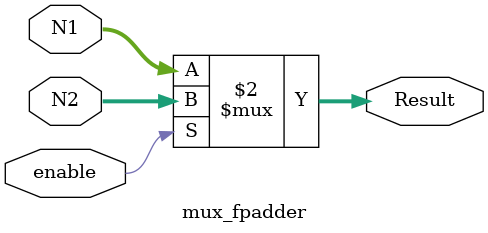
<source format=v>
module mux_fpadder (
    input  wire [31:0] N1,
    input  wire [31:0] N2,
    input  wire        enable,
    output wire [31:0] Result
);

    assign Result = (enable == 0) ? N1 : N2;

endmodule

</source>
